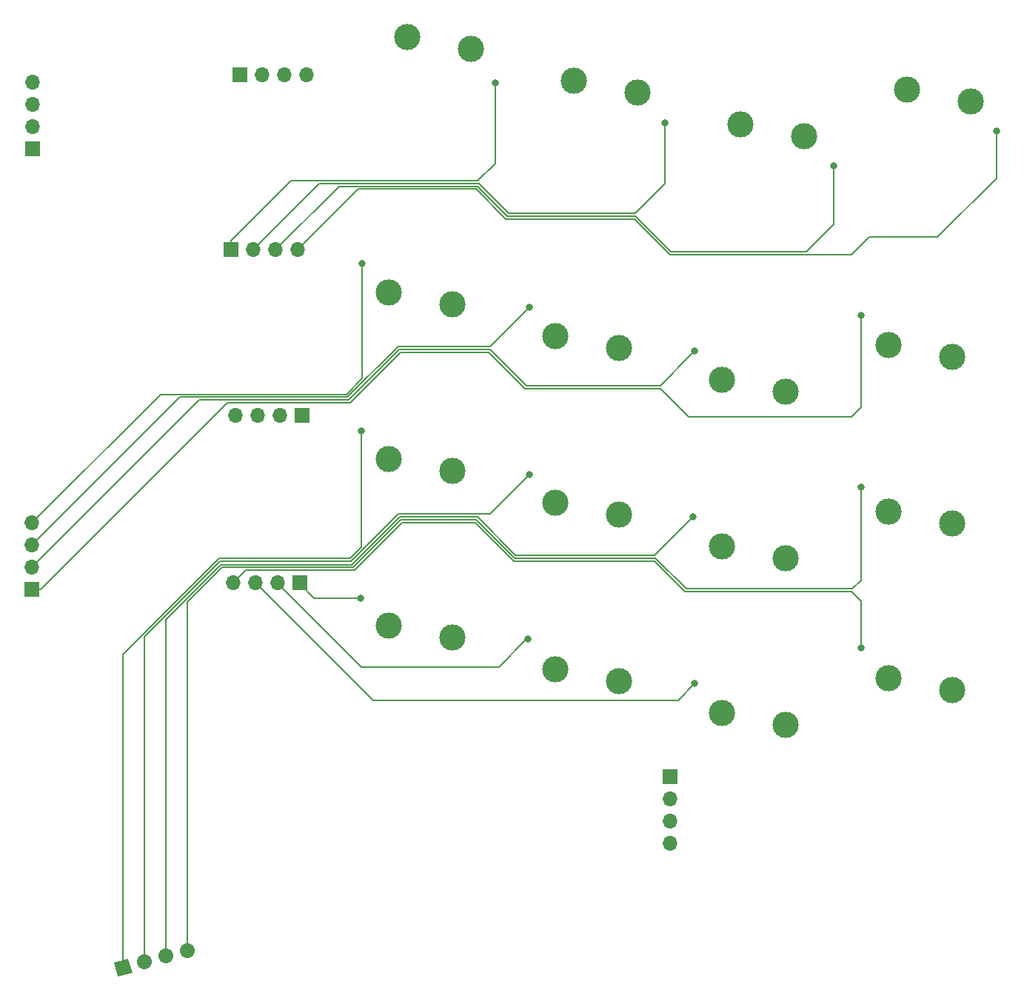
<source format=gbr>
G04 #@! TF.GenerationSoftware,KiCad,Pcbnew,(5.1.4)-1*
G04 #@! TF.CreationDate,2023-09-09T05:25:46-04:00*
G04 #@! TF.ProjectId,ThumbsUp,5468756d-6273-4557-902e-6b696361645f,rev?*
G04 #@! TF.SameCoordinates,Original*
G04 #@! TF.FileFunction,Copper,L1,Top*
G04 #@! TF.FilePolarity,Positive*
%FSLAX46Y46*%
G04 Gerber Fmt 4.6, Leading zero omitted, Abs format (unit mm)*
G04 Created by KiCad (PCBNEW (5.1.4)-1) date 2023-09-09 05:25:46*
%MOMM*%
%LPD*%
G04 APERTURE LIST*
%ADD10O,1.700000X1.700000*%
%ADD11R,1.700000X1.700000*%
%ADD12C,1.700000*%
%ADD13C,1.700000*%
%ADD14C,0.100000*%
%ADD15C,3.000000*%
%ADD16C,0.800000*%
%ADD17C,0.200000*%
G04 APERTURE END LIST*
D10*
X175936722Y-556457847D03*
X178476722Y-556457847D03*
X181016722Y-556457847D03*
D11*
X183556722Y-556457847D03*
D10*
X176239012Y-537342011D03*
X178779012Y-537342011D03*
X181319012Y-537342011D03*
D11*
X183859012Y-537342011D03*
D10*
X225912025Y-586230322D03*
X225912025Y-583690322D03*
X225912025Y-581150322D03*
D11*
X225912025Y-578610322D03*
D10*
X152958726Y-499260794D03*
X152958726Y-501800794D03*
X152958726Y-504340794D03*
D11*
X152958726Y-506880794D03*
D12*
X170712025Y-598510322D03*
D13*
X170712025Y-598510322D02*
X170712025Y-598510322D01*
D12*
X168258573Y-599167722D03*
D13*
X168258573Y-599167722D02*
X168258573Y-599167722D01*
D12*
X165805122Y-599825123D03*
D13*
X165805122Y-599825123D02*
X165805122Y-599825123D01*
D12*
X163351670Y-600482523D03*
D14*
G36*
X164392703Y-601083564D02*
G01*
X162750629Y-601523556D01*
X162310637Y-599881482D01*
X163952711Y-599441490D01*
X164392703Y-601083564D01*
X164392703Y-601083564D01*
G37*
D10*
X152912019Y-549610280D03*
X152912019Y-552150280D03*
X152912019Y-554690280D03*
D11*
X152912019Y-557230280D03*
D10*
X183332025Y-518360322D03*
X180792025Y-518360322D03*
X178252025Y-518360322D03*
D11*
X175712025Y-518360322D03*
D10*
X184332025Y-498360322D03*
X181792025Y-498360322D03*
X179252025Y-498360322D03*
D11*
X176712025Y-498360322D03*
D15*
X231812025Y-571360323D03*
X239112025Y-572710323D03*
X203112025Y-495400000D03*
X195812025Y-494050000D03*
X241212025Y-505400000D03*
X233912025Y-504050000D03*
X212762025Y-547310322D03*
X220062025Y-548660322D03*
X212762025Y-528260323D03*
X220062025Y-529610323D03*
X260262025Y-501400000D03*
X252962025Y-500050000D03*
X231812025Y-533260322D03*
X239112025Y-534610322D03*
X193712025Y-523260322D03*
X201012025Y-524610322D03*
X193712025Y-561360322D03*
X201012025Y-562710322D03*
X212762025Y-566360322D03*
X220062025Y-567710322D03*
X250862025Y-529260322D03*
X258162025Y-530610322D03*
X250862024Y-548310322D03*
X258162024Y-549660322D03*
X193712025Y-542310323D03*
X201012025Y-543660323D03*
X250862025Y-567360322D03*
X258162025Y-568710322D03*
X231812026Y-552310322D03*
X239112026Y-553660322D03*
X222162025Y-500400000D03*
X214862025Y-499050000D03*
D16*
X247700000Y-545500000D03*
X228500000Y-548900000D03*
X209800000Y-544100000D03*
X190600000Y-539100000D03*
X205900000Y-499300000D03*
X225300000Y-503900000D03*
X244600000Y-508800000D03*
X263200000Y-504800000D03*
X190500000Y-558200000D03*
X209600000Y-562900000D03*
X228700000Y-568000000D03*
X247700000Y-563900000D03*
X247700000Y-525900000D03*
X228700000Y-530000000D03*
X209800000Y-525000000D03*
X190700000Y-520000000D03*
D17*
X246627011Y-557172989D02*
X246727011Y-557172989D01*
X246727011Y-557172989D02*
X247700000Y-556200000D01*
X247700000Y-556200000D02*
X247700000Y-545500000D01*
X174672991Y-554727012D02*
X189660376Y-554727012D01*
X227772989Y-557172989D02*
X246627011Y-557172989D01*
X208101745Y-553639283D02*
X224239283Y-553639283D01*
X189660376Y-554727012D02*
X195114398Y-549272990D01*
X195114398Y-549272990D02*
X203735453Y-549272990D01*
X170712025Y-598510322D02*
X170712025Y-558687978D01*
X224239283Y-553639283D02*
X227772989Y-557172989D01*
X203735453Y-549272990D02*
X208101745Y-553639283D01*
X170712025Y-558687978D02*
X174672991Y-554727012D01*
X224100000Y-553300000D02*
X228500000Y-548900000D01*
X208224924Y-553300000D02*
X224100000Y-553300000D01*
X203870905Y-548945979D02*
X208224924Y-553300000D01*
X189524924Y-554400001D02*
X194978946Y-548945979D01*
X194978946Y-548945979D02*
X203870905Y-548945979D01*
X174537539Y-554400001D02*
X189524924Y-554400001D01*
X168258573Y-560678968D02*
X174537539Y-554400001D01*
X168258573Y-599167722D02*
X168258573Y-560678968D01*
X194862462Y-548600000D02*
X205300000Y-548600000D01*
X205300000Y-548600000D02*
X209800000Y-544100000D01*
X165805122Y-562669957D02*
X174448068Y-554027011D01*
X189435452Y-554027011D02*
X194862462Y-548600000D01*
X165805122Y-599825123D02*
X165805122Y-562669957D01*
X174448068Y-554027011D02*
X189435452Y-554027011D01*
X190600000Y-552400000D02*
X190600000Y-539100000D01*
X163300000Y-564712617D02*
X174312617Y-553700000D01*
X163300000Y-600430853D02*
X163300000Y-564712617D01*
X174312617Y-553700000D02*
X189300000Y-553700000D01*
X163351670Y-600482523D02*
X163300000Y-600430853D01*
X189300000Y-553700000D02*
X190600000Y-552400000D01*
X175712025Y-517310322D02*
X182543380Y-510478967D01*
X175712025Y-518360322D02*
X175712025Y-517310322D01*
X182543380Y-510478967D02*
X203921033Y-510478967D01*
X205900000Y-499865685D02*
X205900000Y-499300000D01*
X205900000Y-508500000D02*
X205900000Y-499865685D01*
X203921033Y-510478967D02*
X205900000Y-508500000D01*
X225300000Y-510800000D02*
X225300000Y-504465685D01*
X185806369Y-510805978D02*
X204014419Y-510805978D01*
X178252025Y-518360322D02*
X185806369Y-510805978D01*
X221904022Y-514195978D02*
X225300000Y-510800000D01*
X207404419Y-514195978D02*
X221904022Y-514195978D01*
X204014419Y-510805978D02*
X207404419Y-514195978D01*
X225300000Y-504465685D02*
X225300000Y-503900000D01*
X241500000Y-518600000D02*
X244600000Y-515500000D01*
X226002462Y-518600000D02*
X241500000Y-518600000D01*
X180792025Y-518360322D02*
X188019358Y-511132989D01*
X188019358Y-511132989D02*
X203878967Y-511132989D01*
X244600000Y-515500000D02*
X244600000Y-509365685D01*
X207268967Y-514522989D02*
X221925452Y-514522989D01*
X203878967Y-511132989D02*
X207268967Y-514522989D01*
X244600000Y-509365685D02*
X244600000Y-508800000D01*
X221925452Y-514522989D02*
X226002462Y-518600000D01*
X190232347Y-511460000D02*
X203743515Y-511460000D01*
X221790000Y-514850000D02*
X225870000Y-518930000D01*
X225870000Y-518930000D02*
X246670000Y-518930000D01*
X246670000Y-518930000D02*
X248700000Y-516900000D01*
X263200000Y-505100000D02*
X263200000Y-504800000D01*
X248700000Y-516900000D02*
X256500000Y-516900000D01*
X256500000Y-516900000D02*
X263200000Y-510200000D01*
X203743515Y-511460000D02*
X207133515Y-514850000D01*
X207133515Y-514850000D02*
X221790000Y-514850000D01*
X183332025Y-518360322D02*
X190232347Y-511460000D01*
X263200000Y-510200000D02*
X263200000Y-505100000D01*
X183556722Y-556457847D02*
X183556722Y-556556722D01*
X185200000Y-558200000D02*
X190400000Y-558200000D01*
X183556722Y-556556722D02*
X185200000Y-558200000D01*
X190400000Y-558200000D02*
X190500000Y-558200000D01*
X181016722Y-556516722D02*
X190600000Y-566100000D01*
X190600000Y-566100000D02*
X206300000Y-566100000D01*
X206300000Y-566100000D02*
X209500000Y-562900000D01*
X209500000Y-562900000D02*
X209600000Y-562900000D01*
X181016722Y-556457847D02*
X181016722Y-556516722D01*
X191200098Y-569181224D02*
X191918874Y-569900000D01*
X191918874Y-569900000D02*
X226500000Y-569900000D01*
X226500000Y-569900000D02*
X226800000Y-569900000D01*
X226800000Y-569900000D02*
X228700000Y-568000000D01*
X178476722Y-556457848D02*
X191200098Y-569181224D01*
X178476722Y-556457847D02*
X178476722Y-556457848D01*
X208000000Y-554000000D02*
X224100000Y-554000000D01*
X227600000Y-557500000D02*
X246600000Y-557500000D01*
X189795828Y-555054023D02*
X195249850Y-549600001D01*
X203600001Y-549600001D02*
X208000000Y-554000000D01*
X195249850Y-549600001D02*
X203600001Y-549600001D01*
X175936722Y-556457847D02*
X177340546Y-555054023D01*
X224100000Y-554000000D02*
X227600000Y-557500000D01*
X177340546Y-555054023D02*
X189795828Y-555054023D01*
X246600000Y-557500000D02*
X247700000Y-558600000D01*
X247700000Y-558600000D02*
X247700000Y-563900000D01*
X195073366Y-530114022D02*
X205154022Y-530114022D01*
X247700000Y-526465685D02*
X247700000Y-525900000D01*
X228030000Y-537500000D02*
X246600000Y-537500000D01*
X246600000Y-537500000D02*
X247700000Y-536400000D01*
X224820000Y-534290000D02*
X228030000Y-537500000D01*
X189287388Y-535900000D02*
X195073366Y-530114022D01*
X153962019Y-557230280D02*
X175292299Y-535900000D01*
X152912019Y-557230280D02*
X153962019Y-557230280D01*
X175292299Y-535900000D02*
X189287388Y-535900000D01*
X205154022Y-530114022D02*
X209330000Y-534290000D01*
X209330000Y-534290000D02*
X224820000Y-534290000D01*
X247700000Y-536400000D02*
X247700000Y-526465685D01*
X172029310Y-535572989D02*
X189151936Y-535572989D01*
X209442784Y-533940322D02*
X224759678Y-533940322D01*
X194937914Y-529787011D02*
X205289474Y-529787011D01*
X189151936Y-535572989D02*
X194937914Y-529787011D01*
X224759678Y-533940322D02*
X228300001Y-530399999D01*
X205289474Y-529787011D02*
X209442784Y-533940322D01*
X152912019Y-554690280D02*
X172029310Y-535572989D01*
X228300001Y-530399999D02*
X228700000Y-530000000D01*
X189016484Y-535245978D02*
X194802462Y-529460000D01*
X194802462Y-529460000D02*
X205340000Y-529460000D01*
X169816321Y-535245978D02*
X189016484Y-535245978D01*
X152912019Y-552150280D02*
X169816321Y-535245978D01*
X205340000Y-529460000D02*
X209800000Y-525000000D01*
X152912019Y-549610280D02*
X167603332Y-534918967D01*
X188881033Y-534918967D02*
X190700000Y-533100000D01*
X167603332Y-534918967D02*
X188881033Y-534918967D01*
X190700000Y-533100000D02*
X190700000Y-520100000D01*
X190700000Y-520100000D02*
X190700000Y-520000000D01*
M02*

</source>
